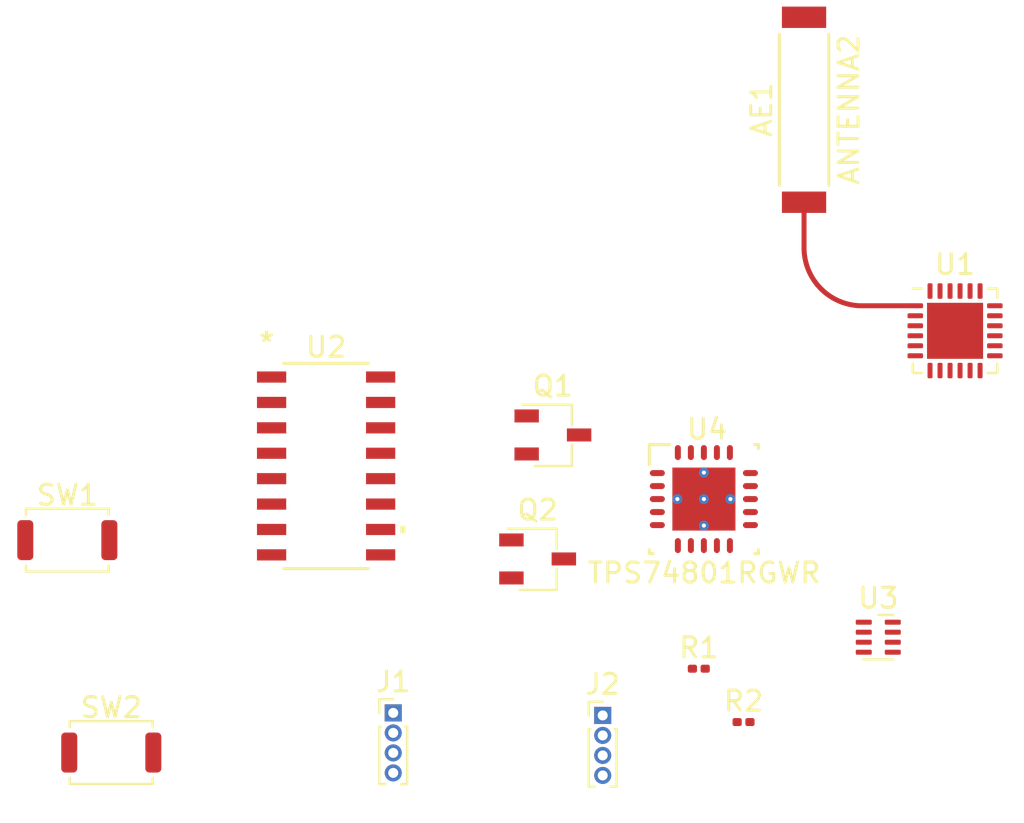
<source format=kicad_pcb>
(kicad_pcb (version 20221018) (generator pcbnew)
  (layers (0 "F.Cu" signal) (31 "B.Cu" signal) (34 "B.Paste" user) (35 "F.Paste" user) (36 "B.SilkS" user "B.Silkscreen") (37 "F.SilkS" user "F.Silkscreen") (38 "B.Mask" user) (39 "F.Mask" user) (44 "Edge.Cuts" user))
  (net 0 "")
  (net 1 "/DTR")
  (net 2 "/RTS")
  (net 3 "/TXD")
  (net 4 "/RXD")
  (net 5 "Net-(J2-Pin_1)")
  (net 6 "Net-(J2-Pin_2)")
  (net 7 "Net-(J2-Pin_3)")
  (net 8 "Net-(J2-Pin_4)")
  (net 9 "Net-(Q1-B)")
  (net 10 "/CHIP_EN")
  (net 11 "/BOOT")
  (net 12 "Net-(Q2-B)")
  (net 13 "/ANT")
  (net 14 "+3.3V")
  (net 22 "/GPIO7")
  (net 23 "/GPIO8")
  (net 24 "/GPIO10")
  (net 26 "/XTAL_N")
  (net 27 "/XTAL_P")
  (net 28 "GND")
  (net 29 "/GPIO9")
  (net 33 "+5VP")
  (net 37 "+3V8")
  (net 39 "GNDA")
  (net 41 "/SW_PG")
  (net 42 "+5V")
  (net 43 "/LDO_PG")
  (footprint "Package_TO_SOT_SMD:TSOT-23" (layer "F.Cu") (at 144.3736 90.4494)
    (fp_text reference "Q2" (at 0 -2.45) (layer "F.SilkS"))
    (fp_text value "S8050")
    (fp_line (start 0.93 -1.51) (end -1.5 -1.51) (stroke (width 0.12)) (layer "F.SilkS"))
    (fp_line (start 0.95 -1.5) (end 0.95 -0.5) (stroke (width 0.12)) (layer "F.SilkS"))
    (fp_line (start 0.95 0.5) (end 0.95 1.55) (stroke (width 0.12)) (layer "F.SilkS"))
    (fp_line (start 0.95 1.55) (end -0.9 1.55) (stroke (width 0.12)) (layer "F.SilkS"))
    (pad "1" smd rect (at -1.31 -0.95) (size 1.22 0.65) (layers "F.Cu" "F.Paste" "F.Mask") (net 11 "/BOOT"))
    (pad "2" smd rect (at -1.31 0.95) (size 1.22 0.65) (layers "F.Cu" "F.Paste" "F.Mask") (net 12 "Net-(Q2-B)"))
    (pad "3" smd rect (at 1.31 0) (size 1.22 0.65) (layers "F.Cu" "F.Paste" "F.Mask") (net 1 "/DTR"))
  )
  (footprint "Button_Switch_SMD:SW_Push_SPST_NO_Alps_SKRK" (layer "F.Cu") (at 120.8786 89.5096)
    (fp_text reference "SW1" (at 0 -2.25) (layer "F.SilkS"))
    (fp_text value "SW_Push")
    (fp_line (start -2.07 -1.57) (end 2.07 -1.57) (stroke (width 0.12)) (layer "F.SilkS"))
    (fp_line (start -2.07 -1.27) (end -2.07 -1.57) (stroke (width 0.12)) (layer "F.SilkS"))
    (fp_line (start -2.07 1.57) (end -2.07 1.27) (stroke (width 0.12)) (layer "F.SilkS"))
    (fp_line (start 2.07 -1.57) (end 2.07 -1.27) (stroke (width 0.12)) (layer "F.SilkS"))
    (fp_line (start 2.07 1.27) (end 2.07 1.57) (stroke (width 0.12)) (layer "F.SilkS"))
    (fp_line (start 2.07 1.57) (end -2.07 1.57) (stroke (width 0.12)) (layer "F.SilkS"))
    (pad "1" smd roundrect (at -2.1 0) (size 0.8 2) (layers "F.Cu" "F.Paste" "F.Mask") (net 11 "/BOOT"))
    (pad "2" smd roundrect (at 2.1 0) (size 0.8 2) (layers "F.Cu" "F.Paste" "F.Mask") (net 28 "GND"))
  )
  (footprint "Resistor_SMD:R_0201_0603Metric" (layer "F.Cu") (at 152.4254 95.9358)
    (fp_text reference "R1" (at 0 -1.05) (layer "F.SilkS"))
    (fp_text value "R")
    (pad "1" smd roundrect (at -0.32 0) (size 0.46 0.4) (layers "F.Cu" "F.Mask") (net 1 "/DTR"))
    (pad "2" smd roundrect (at 0.32 0) (size 0.46 0.4) (layers "F.Cu" "F.Mask") (net 9 "Net-(Q1-B)"))
  )
  (footprint "Connector_PinHeader_1.00mm:PinHeader_1x04_P1.00mm_Vertical" (layer "F.Cu") (at 137.16 98.1442)
    (fp_text reference "J1" (at 0 -1.56) (layer "F.SilkS"))
    (fp_text value "Conn_UART")
    (fp_line (start -0.695 -0.685) (end 0 -0.685) (stroke (width 0.12)) (layer "F.SilkS"))
    (fp_line (start -0.695 0) (end -0.695 -0.685) (stroke (width 0.12)) (layer "F.SilkS"))
    (fp_line (start -0.695 0.685) (end -0.695 3.56) (stroke (width 0.12)) (layer "F.SilkS"))
    (fp_line (start -0.695 0.685) (end -0.608276 0.685) (stroke (width 0.12)) (layer "F.SilkS"))
    (fp_line (start -0.695 3.56) (end -0.394493 3.56) (stroke (width 0.12)) (layer "F.SilkS"))
    (fp_line (start 0.394493 3.56) (end 0.695 3.56) (stroke (width 0.12)) (layer "F.SilkS"))
    (fp_line (start 0.608276 0.685) (end 0.695 0.685) (stroke (width 0.12)) (layer "F.SilkS"))
    (fp_line (start 0.695 0.685) (end 0.695 3.56) (stroke (width 0.12)) (layer "F.SilkS"))
    (pad "1" thru_hole rect (at 0 0) (size 0.85 0.85) (drill 0.5) (layers "*.Cu" "*.Mask") (net 1 "/DTR"))
    (pad "2" thru_hole oval (at 0 1) (size 0.85 0.85) (drill 0.5) (layers "*.Cu" "*.Mask") (net 2 "/RTS"))
    (pad "3" thru_hole oval (at 0 2) (size 0.85 0.85) (drill 0.5) (layers "*.Cu" "*.Mask") (net 3 "/TXD"))
    (pad "4" thru_hole oval (at 0 3) (size 0.85 0.85) (drill 0.5) (layers "*.Cu" "*.Mask") (net 4 "/RXD"))
  )
  (footprint "Button_Switch_SMD:SW_Push_SPST_NO_Alps_SKRK" (layer "F.Cu") (at 123.0746 100.1268)
    (fp_text reference "SW2" (at 0 -2.25) (layer "F.SilkS"))
    (fp_text value "SW_Push")
    (fp_line (start -2.07 -1.57) (end 2.07 -1.57) (stroke (width 0.12)) (layer "F.SilkS"))
    (fp_line (start -2.07 -1.27) (end -2.07 -1.57) (stroke (width 0.12)) (layer "F.SilkS"))
    (fp_line (start -2.07 1.57) (end -2.07 1.27) (stroke (width 0.12)) (layer "F.SilkS"))
    (fp_line (start 2.07 -1.57) (end 2.07 -1.27) (stroke (width 0.12)) (layer "F.SilkS"))
    (fp_line (start 2.07 1.27) (end 2.07 1.57) (stroke (width 0.12)) (layer "F.SilkS"))
    (fp_line (start 2.07 1.57) (end -2.07 1.57) (stroke (width 0.12)) (layer "F.SilkS"))
    (pad "1" smd roundrect (at -2.1 0) (size 0.8 2) (layers "F.Cu" "F.Paste" "F.Mask") (net 10 "/CHIP_EN"))
    (pad "2" smd roundrect (at 2.1 0) (size 0.8 2) (layers "F.Cu" "F.Paste" "F.Mask") (net 28 "GND"))
  )
  (footprint "Package_DFN_QFN:Texas_VSON-HR-8_1.5x2mm_P0.5mm" (layer "F.Cu") (at 161.3916 94.361)
    (fp_text reference "U3" (at 0 -1.95) (layer "F.SilkS"))
    (fp_text value "TPS62822DLC")
    (fp_line (start -0.75 1.11) (end 0.75 1.11) (stroke (width 0.12)) (layer "F.SilkS"))
    (fp_line (start 0 -1.11) (end 0.75 -1.11) (stroke (width 0.12)) (layer "F.SilkS"))
    (pad "1" smd roundrect (at -0.725 -0.75) (size 0.8 0.25) (layers "F.Cu" "F.Paste" "F.Mask") (net 37 "+3V8"))
    (pad "2" smd roundrect (at -0.725 -0.25) (size 0.8 0.25) (layers "F.Cu" "F.Paste" "F.Mask"))
    (pad "3" smd roundrect (at -0.725 0.25) (size 0.8 0.25) (layers "F.Cu" "F.Paste" "F.Mask") (net 39 "GNDA"))
    (pad "4" smd roundrect (at -0.725 0.75) (size 0.8 0.25) (layers "F.Cu" "F.Paste" "F.Mask"))
    (pad "5" smd roundrect (at 0.725 0.75) (size 0.8 0.25) (layers "F.Cu" "F.Paste" "F.Mask") (net 28 "GND"))
    (pad "6" smd roundrect (at 0.725 0.25) (size 0.8 0.25) (layers "F.Cu" "F.Paste" "F.Mask") (net 14 "+3.3V"))
    (pad "7" smd roundrect (at 0.725 -0.25) (size 0.8 0.25) (layers "F.Cu" "F.Paste" "F.Mask") (net 37 "+3V8"))
    (pad "8" smd roundrect (at 0.725 -0.75) (size 0.8 0.25) (layers "F.Cu" "F.Paste" "F.Mask") (net 41 "/SW_PG"))
  )
  (footprint "Resistor_SMD:R_0201_0603Metric" (layer "F.Cu") (at 154.6606 98.6028)
    (fp_text reference "R2" (at 0 -1.05) (layer "F.SilkS"))
    (fp_text value "R")
    (pad "1" smd roundrect (at -0.32 0) (size 0.46 0.4) (layers "F.Cu" "F.Mask") (net 2 "/RTS"))
    (pad "2" smd roundrect (at 0.32 0) (size 0.46 0.4) (layers "F.Cu" "F.Mask") (net 12 "Net-(Q2-B)"))
  )
  (footprint "Package_DFN_QFN:QFN-24-1EP_4x4mm_P0.5mm_EP2.8x2.8mm" (layer "F.Cu") (at 165.227 79.0448)
    (fp_text reference "U1" (at 0 -3.32) (layer "F.SilkS"))
    (fp_text value "ESP8684")
    (fp_line (start -2.11 2.11) (end -2.11 1.635) (stroke (width 0.12)) (layer "F.SilkS"))
    (fp_line (start -1.635 -2.11) (end -2.11 -2.11) (stroke (width 0.12)) (layer "F.SilkS"))
    (fp_line (start -1.635 2.11) (end -2.11 2.11) (stroke (width 0.12)) (layer "F.SilkS"))
    (fp_line (start 1.635 -2.11) (end 2.11 -2.11) (stroke (width 0.12)) (layer "F.SilkS"))
    (fp_line (start 1.635 2.11) (end 2.11 2.11) (stroke (width 0.12)) (layer "F.SilkS"))
    (fp_line (start 2.11 -2.11) (end 2.11 -1.635) (stroke (width 0.12)) (layer "F.SilkS"))
    (fp_line (start 2.11 2.11) (end 2.11 1.635) (stroke (width 0.12)) (layer "F.SilkS"))
    (pad "1" smd roundrect (at -1.9875 -1.25) (size 0.775 0.25) (layers "F.Cu" "F.Paste" "F.Mask") (net 13 "/ANT"))
    (pad "2" smd roundrect (at -1.9875 -0.75) (size 0.775 0.25) (layers "F.Cu" "F.Paste" "F.Mask") (net 13 "/ANT"))
    (pad "3" smd roundrect (at -1.9875 -0.25) (size 0.775 0.25) (layers "F.Cu" "F.Paste" "F.Mask") (net 13 "/ANT"))
    (pad "4" smd roundrect (at -1.9875 0.25) (size 0.775 0.25) (layers "F.Cu" "F.Paste" "F.Mask"))
    (pad "5" smd roundrect (at -1.9875 0.75) (size 0.775 0.25) (layers "F.Cu" "F.Paste" "F.Mask"))
    (pad "6" smd roundrect (at -1.9875 1.25) (size 0.775 0.25) (layers "F.Cu" "F.Paste" "F.Mask"))
    (pad "7" smd roundrect (at -1.25 1.9875) (size 0.25 0.775) (layers "F.Cu" "F.Paste" "F.Mask") (net 10 "/CHIP_EN"))
    (pad "8" smd roundrect (at -0.75 1.9875) (size 0.25 0.775) (layers "F.Cu" "F.Paste" "F.Mask"))
    (pad "9" smd roundrect (at -0.25 1.9875) (size 0.25 0.775) (layers "F.Cu" "F.Paste" "F.Mask"))
    (pad "10" smd roundrect (at 0.25 1.9875) (size 0.25 0.775) (layers "F.Cu" "F.Paste" "F.Mask"))
    (pad "11" smd roundrect (at 0.75 1.9875) (size 0.25 0.775) (layers "F.Cu" "F.Paste" "F.Mask") (net 14 "+3.3V"))
    (pad "12" smd roundrect (at 1.25 1.9875) (size 0.25 0.775) (layers "F.Cu" "F.Paste" "F.Mask"))
    (pad "13" smd roundrect (at 1.9875 1.25) (size 0.775 0.25) (layers "F.Cu" "F.Paste" "F.Mask") (net 22 "/GPIO7"))
    (pad "14" smd roundrect (at 1.9875 0.75) (size 0.775 0.25) (layers "F.Cu" "F.Paste" "F.Mask") (net 23 "/GPIO8"))
    (pad "15" smd roundrect (at 1.9875 0.25) (size 0.775 0.25) (layers "F.Cu" "F.Paste" "F.Mask") (net 11 "/BOOT"))
    (pad "16" smd roundrect (at 1.9875 -0.25) (size 0.775 0.25) (layers "F.Cu" "F.Paste" "F.Mask") (net 24 "/GPIO10"))
    (pad "17" smd roundrect (at 1.9875 -0.75) (size 0.775 0.25) (layers "F.Cu" "F.Paste" "F.Mask") (net 14 "+3.3V"))
    (pad "18" smd roundrect (at 1.9875 -1.25) (size 0.775 0.25) (layers "F.Cu" "F.Paste" "F.Mask"))
    (pad "19" smd roundrect (at 1.25 -1.9875) (size 0.25 0.775) (layers "F.Cu" "F.Paste" "F.Mask") (net 4 "/RXD"))
    (pad "20" smd roundrect (at 0.75 -1.9875) (size 0.25 0.775) (layers "F.Cu" "F.Paste" "F.Mask") (net 3 "/TXD"))
    (pad "21" smd roundrect (at 0.25 -1.9875) (size 0.25 0.775) (layers "F.Cu" "F.Paste" "F.Mask") (net 14 "+3.3V"))
    (pad "22" smd roundrect (at -0.25 -1.9875) (size 0.25 0.775) (layers "F.Cu" "F.Paste" "F.Mask") (net 26 "/XTAL_N"))
    (pad "23" smd roundrect (at -0.75 -1.9875) (size 0.25 0.775) (layers "F.Cu" "F.Paste" "F.Mask") (net 27 "/XTAL_P"))
    (pad "24" smd roundrect (at -1.25 -1.9875) (size 0.25 0.775) (layers "F.Cu" "F.Paste" "F.Mask") (net 13 "/ANT"))
    (pad "25" smd rect (at 0 0) (size 2.8 2.8) (layers "F.Cu" "F.Mask") (net 13 "/ANT"))
  )
  (footprint "ULN2003LV:D16_TEX" (layer "F.Cu") (at 133.8072 85.8012)
    (fp_text reference "U2" (at 0 -5.9436 unlocked) (layer "F.SilkS"))
    (fp_text value "ULN2003LVDR")
    (fp_text user "*" (at -2.97815 -6.1468 unlocked) (layer "F.SilkS"))
    (fp_text user "*" (at -2.97815 -6.1468) (layer "F.SilkS"))
    (fp_line (start -2.1209 5.1308) (end 2.1209 5.1308) (stroke (width 0.1524)) (layer "F.SilkS"))
    (fp_line (start 2.1209 -5.1308) (end -2.1209 -5.1308) (stroke (width 0.1524)) (layer "F.SilkS"))
    (fp_poly (pts (xy 3.9624 2.9845) (xy 3.9624 3.3655) (xy 3.7084 3.3655) (xy 3.7084 2.9845)) (fill solid) (layer "F.SilkS"))
    (pad "1" smd rect (at -2.72415 -4.445) (size 1.4605 0.5588) (layers "F.Cu" "F.Paste" "F.Mask") (net 24 "/GPIO10"))
    (pad "2" smd rect (at -2.72415 -3.175) (size 1.4605 0.5588) (layers "F.Cu" "F.Paste" "F.Mask") (net 29 "/GPIO9"))
    (pad "3" smd rect (at -2.72415 -1.905) (size 1.4605 0.5588) (layers "F.Cu" "F.Paste" "F.Mask") (net 23 "/GPIO8"))
    (pad "4" smd rect (at -2.72415 -0.635) (size 1.4605 0.5588) (layers "F.Cu" "F.Paste" "F.Mask") (net 22 "/GPIO7"))
    (pad "5" smd rect (at -2.72415 0.635) (size 1.4605 0.5588) (layers "F.Cu" "F.Paste" "F.Mask"))
    (pad "6" smd rect (at -2.72415 1.905) (size 1.4605 0.5588) (layers "F.Cu" "F.Paste" "F.Mask"))
    (pad "7" smd rect (at -2.72415 3.175) (size 1.4605 0.5588) (layers "F.Cu" "F.Paste" "F.Mask"))
    (pad "8" smd rect (at -2.72415 4.445) (size 1.4605 0.5588) (layers "F.Cu" "F.Paste" "F.Mask") (net 28 "GND"))
    (pad "9" smd rect (at 2.72415 4.445) (size 1.4605 0.5588) (layers "F.Cu" "F.Paste" "F.Mask") (net 33 "+5VP"))
    (pad "10" smd rect (at 2.72415 3.175) (size 1.4605 0.5588) (layers "F.Cu" "F.Paste" "F.Mask"))
    (pad "11" smd rect (at 2.72415 1.905) (size 1.4605 0.5588) (layers "F.Cu" "F.Paste" "F.Mask"))
    (pad "12" smd rect (at 2.72415 0.635) (size 1.4605 0.5588) (layers "F.Cu" "F.Paste" "F.Mask"))
    (pad "13" smd rect (at 2.72415 -0.635) (size 1.4605 0.5588) (layers "F.Cu" "F.Paste" "F.Mask") (net 8 "Net-(J2-Pin_4)"))
    (pad "14" smd rect (at 2.72415 -1.905) (size 1.4605 0.5588) (layers "F.Cu" "F.Paste" "F.Mask") (net 7 "Net-(J2-Pin_3)"))
    (pad "15" smd rect (at 2.72415 -3.175) (size 1.4605 0.5588) (layers "F.Cu" "F.Paste" "F.Mask") (net 6 "Net-(J2-Pin_2)"))
    (pad "16" smd rect (at 2.72415 -4.445) (size 1.4605 0.5588) (layers "F.Cu" "F.Paste" "F.Mask") (net 5 "Net-(J2-Pin_1)"))
  )
  (footprint "Package_TO_SOT_SMD:TSOT-23" (layer "F.Cu") (at 145.1356 84.2518)
    (fp_text reference "Q1" (at 0 -2.45) (layer "F.SilkS"))
    (fp_text value "S8050")
    (fp_line (start 0.93 -1.51) (end -1.5 -1.51) (stroke (width 0.12)) (layer "F.SilkS"))
    (fp_line (start 0.95 -1.5) (end 0.95 -0.5) (stroke (width 0.12)) (layer "F.SilkS"))
    (fp_line (start 0.95 0.5) (end 0.95 1.55) (stroke (width 0.12)) (layer "F.SilkS"))
    (fp_line (start 0.95 1.55) (end -0.9 1.55) (stroke (width 0.12)) (layer "F.SilkS"))
    (pad "1" smd rect (at -1.31 -0.95) (size 1.22 0.65) (layers "F.Cu" "F.Paste" "F.Mask") (net 2 "/RTS"))
    (pad "2" smd rect (at -1.31 0.95) (size 1.22 0.65) (layers "F.Cu" "F.Paste" "F.Mask") (net 9 "Net-(Q1-B)"))
    (pad "3" smd rect (at 1.31 0) (size 1.22 0.65) (layers "F.Cu" "F.Paste" "F.Mask") (net 10 "/CHIP_EN"))
  )
  (footprint "Connector_PinHeader_1.00mm:PinHeader_1x04_P1.00mm_Vertical" (layer "F.Cu") (at 147.6248 98.2712)
    (fp_text reference "J2" (at 0 -1.56) (layer "F.SilkS"))
    (fp_text value "Conn_OUTPUT")
    (fp_line (start -0.695 -0.685) (end 0 -0.685) (stroke (width 0.12)) (layer "F.SilkS"))
    (fp_line (start -0.695 0) (end -0.695 -0.685) (stroke (width 0.12)) (layer "F.SilkS"))
    (fp_line (start -0.695 0.685) (end -0.695 3.56) (stroke (width 0.12)) (layer "F.SilkS"))
    (fp_line (start -0.695 0.685) (end -0.608276 0.685) (stroke (width 0.12)) (layer "F.SilkS"))
    (fp_line (start -0.695 3.56) (end -0.394493 3.56) (stroke (width 0.12)) (layer "F.SilkS"))
    (fp_line (start 0.394493 3.56) (end 0.695 3.56) (stroke (width 0.12)) (layer "F.SilkS"))
    (fp_line (start 0.608276 0.685) (end 0.695 0.685) (stroke (width 0.12)) (layer "F.SilkS"))
    (fp_line (start 0.695 0.685) (end 0.695 3.56) (stroke (width 0.12)) (layer "F.SilkS"))
    (pad "1" thru_hole rect (at 0 0) (size 0.85 0.85) (drill 0.5) (layers "*.Cu" "*.Mask") (net 5 "Net-(J2-Pin_1)"))
    (pad "2" thru_hole oval (at 0 1) (size 0.85 0.85) (drill 0.5) (layers "*.Cu" "*.Mask") (net 6 "Net-(J2-Pin_2)"))
    (pad "3" thru_hole oval (at 0 2) (size 0.85 0.85) (drill 0.5) (layers "*.Cu" "*.Mask") (net 7 "Net-(J2-Pin_3)"))
    (pad "4" thru_hole oval (at 0 3) (size 0.85 0.85) (drill 0.5) (layers "*.Cu" "*.Mask") (net 8 "Net-(J2-Pin_4)"))
  )
  (footprint "AN9520-245:AN9520-245" (layer "F.Cu") (at 157.6832 67.9958 90)
    (fp_text reference "AE1" (at 0.01 -2.12 90) (layer "F.SilkS"))
    (fp_text value "ANTENNA2" (at 0.01 2.24 90) (layer "F.SilkS"))
    (fp_line (start -3.78185 1.2319) (end 3.78185 1.2319) (stroke (width 0.1524)) (layer "F.SilkS"))
    (fp_line (start 3.78185 -1.2319) (end -3.78185 -1.2319) (stroke (width 0.1524)) (layer "F.SilkS"))
    (pad "1" smd rect (at -4.6228 0 90) (size 1.0668 2.2098) (layers "F.Cu" "F.Paste" "F.Mask") (net 13 "/ANT"))
    (pad "2" smd rect (at 4.6228 0 90) (size 1.0668 2.2098) (layers "F.Cu" "F.Paste" "F.Mask"))
  )
  (footprint "TPS74801RGWR:TPS74801RGWR" (layer "F.Cu") (at 152.6794 87.456401)
    (fp_text reference "U4" (at 0.16 -3.5) (layer "F.SilkS"))
    (fp_text value "TPS74801RGWR" (at 0.01 3.69) (layer "F.SilkS"))
    (fp_line (start -2.725001 -2.725001) (end -1.699999 -2.725001) (stroke (width 0.1524)) (layer "F.SilkS"))
    (fp_line (start -2.725001 -1.699999) (end -2.725001 -2.725001) (stroke (width 0.1524)) (layer "F.SilkS"))
    (fp_line (start -2.725001 2.725001) (end -2.725001 2.524999) (stroke (width 0.1524)) (layer "F.SilkS"))
    (fp_line (start -2.725001 2.725001) (end -2.524999 2.725001) (stroke (width 0.1524)) (layer "F.SilkS"))
    (fp_line (start 2.524999 -2.725001) (end 2.725001 -2.725001) (stroke (width 0.1524)) (layer "F.SilkS"))
    (fp_line (start 2.524999 2.725001) (end 2.725001 2.725001) (stroke (width 0.1524)) (layer "F.SilkS"))
    (fp_line (start 2.725001 -2.524999) (end 2.725001 -2.725001) (stroke (width 0.1524)) (layer "F.SilkS"))
    (fp_line (start 2.725001 2.725001) (end 2.725001 2.524999) (stroke (width 0.1524)) (layer "F.SilkS"))
    (pad "1" smd oval (at -2.324999 -1.3 90) (size 0.299999 0.750001) (layers "F.Cu" "F.Paste" "F.Mask") (net 37 "+3V8"))
    (pad "2" smd oval (at -2.324999 -0.650001 90) (size 0.299999 0.750001) (layers "F.Cu" "F.Paste" "F.Mask"))
    (pad "3" smd oval (at -2.324999 0 90) (size 0.299999 0.750001) (layers "F.Cu" "F.Paste" "F.Mask"))
    (pad "4" smd oval (at -2.324999 0.649999 90) (size 0.299999 0.750001) (layers "F.Cu" "F.Paste" "F.Mask"))
    (pad "5" smd oval (at -2.324999 1.3 90) (size 0.299999 0.750001) (layers "F.Cu" "F.Paste" "F.Mask") (net 42 "+5V"))
    (pad "6" smd oval (at -1.3 2.324999) (size 0.299999 0.750001) (layers "F.Cu" "F.Paste" "F.Mask") (net 42 "+5V"))
    (pad "7" smd oval (at -0.650001 2.324999) (size 0.299999 0.750001) (layers "F.Cu" "F.Paste" "F.Mask") (net 42 "+5V"))
    (pad "8" smd oval (at 0 2.324999) (size 0.299999 0.750001) (layers "F.Cu" "F.Paste" "F.Mask") (net 42 "+5V"))
    (pad "9" smd oval (at 0.649999 2.324999) (size 0.299999 0.750001) (layers "F.Cu" "F.Paste" "F.Mask") (net 43 "/LDO_PG"))
    (pad "10" smd oval (at 1.3 2.324999) (size 0.299999 0.750001) (layers "F.Cu" "F.Paste" "F.Mask") (net 42 "+5V"))
    (pad "11" smd oval (at 2.324999 1.3 90) (size 0.299999 0.750001) (layers "F.Cu" "F.Paste" "F.Mask"))
    (pad "12" smd oval (at 2.324999 0.649999 90) (size 0.299999 0.750001) (layers "F.Cu" "F.Paste" "F.Mask"))
    (pad "13" smd oval (at 2.324999 0 90) (size 0.299999 0.750001) (layers "F.Cu" "F.Paste" "F.Mask"))
    (pad "14" smd oval (at 2.324999 -0.650001 90) (size 0.299999 0.750001) (layers "F.Cu" "F.Paste" "F.Mask"))
    (pad "15" smd oval (at 2.324999 -1.3 90) (size 0.299999 0.750001) (layers "F.Cu" "F.Paste" "F.Mask"))
    (pad "16" smd oval (at 1.3 -2.324999) (size 0.299999 0.750001) (layers "F.Cu" "F.Paste" "F.Mask"))
    (pad "17" smd oval (at 0.649999 -2.324999) (size 0.299999 0.750001) (layers "F.Cu" "F.Paste" "F.Mask"))
    (pad "18" smd oval (at 0 -2.324999) (size 0.299999 0.750001) (layers "F.Cu" "F.Paste" "F.Mask") (net 37 "+3V8"))
    (pad "19" smd oval (at -0.650001 -2.324999) (size 0.299999 0.750001) (layers "F.Cu" "F.Paste" "F.Mask") (net 37 "+3V8"))
    (pad "20" smd oval (at -1.3 -2.324999) (size 0.299999 0.750001) (layers "F.Cu" "F.Paste" "F.Mask") (net 37 "+3V8"))
    (pad "21" smd rect (at 0 0) (size 3.149999 3.149999) (layers "F.Cu" "F.Paste" "F.Mask"))
    (pad "V" thru_hole circle (at -1.325001 0) (size 0.499999 0.499999) (drill 0.2032) (layers "*.Cu" "*.Mask"))
    (pad "V" thru_hole circle (at 0 -1.325001) (size 0.499999 0.499999) (drill 0.2032) (layers "*.Cu" "*.Mask"))
    (pad "V" thru_hole circle (at 0 0) (size 0.499999 0.499999) (drill 0.2032) (layers "*.Cu" "*.Mask"))
    (pad "V" thru_hole circle (at 0 1.325001) (size 0.499999 0.499999) (drill 0.2032) (layers "*.Cu" "*.Mask"))
    (pad "V" thru_hole circle (at 1.325001 0) (size 0.499999 0.499999) (drill 0.2032) (layers "*.Cu" "*.Mask"))
  )
  (segment (start 160.579135 77.7948) (end 163.2395 77.7948) (width 0.25) (layer "F.Cu") (net 13))
  (segment (start 157.6832 74.898864) (end 157.6832 72.6186) (width 0.25) (layer "F.Cu") (net 13))
  (arc (start 157.6832 74.898864) (mid 157.903639 76.00709) (end 158.5314 76.9466) (width 0.25) (layer "F.Cu") (net 13))
  (arc (start 158.5314 76.9466) (mid 159.470908 77.57436) (end 160.579135 77.7948) (width 0.25) (layer "F.Cu") (net 13))
)
</source>
